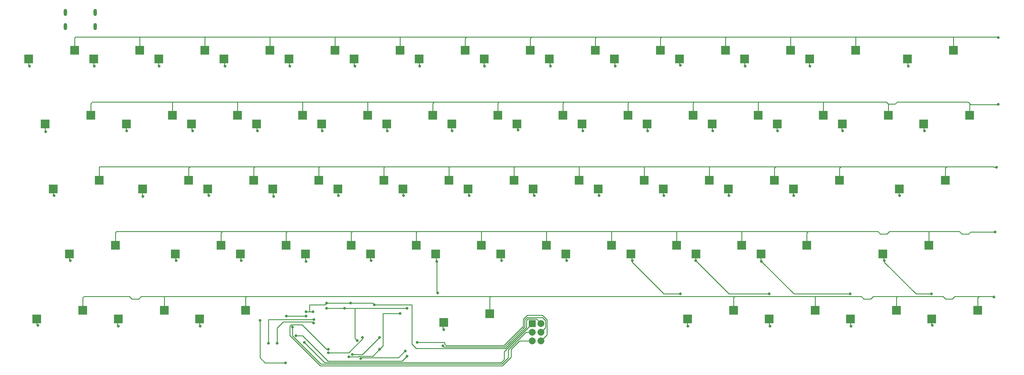
<source format=gbr>
%TF.GenerationSoftware,KiCad,Pcbnew,(6.0.8)*%
%TF.CreationDate,2022-12-31T11:57:47+00:00*%
%TF.ProjectId,USBKB,5553424b-422e-46b6-9963-61645f706362,rev?*%
%TF.SameCoordinates,Original*%
%TF.FileFunction,Copper,L2,Bot*%
%TF.FilePolarity,Positive*%
%FSLAX46Y46*%
G04 Gerber Fmt 4.6, Leading zero omitted, Abs format (unit mm)*
G04 Created by KiCad (PCBNEW (6.0.8)) date 2022-12-31 11:57:47*
%MOMM*%
%LPD*%
G01*
G04 APERTURE LIST*
%TA.AperFunction,SMDPad,CuDef*%
%ADD10R,2.550000X2.500000*%
%TD*%
%TA.AperFunction,ComponentPad*%
%ADD11O,1.000000X2.100000*%
%TD*%
%TA.AperFunction,ComponentPad*%
%ADD12R,2.000000X2.000000*%
%TD*%
%TA.AperFunction,ComponentPad*%
%ADD13C,2.000000*%
%TD*%
%TA.AperFunction,ViaPad*%
%ADD14C,0.800000*%
%TD*%
%TA.AperFunction,Conductor*%
%ADD15C,0.250000*%
%TD*%
G04 APERTURE END LIST*
D10*
%TO.P,KSEVEN1,1*%
%TO.N,/ROW0*%
X172616180Y-33870000D03*
%TO.P,KSEVEN1,2*%
%TO.N,/COL7*%
X159166180Y-36410000D03*
%TD*%
%TO.P,KBSPACE1,1*%
%TO.N,/ROW0*%
X296441005Y-33870000D03*
%TO.P,KBSPACE1,2*%
%TO.N,/COL13*%
X282991005Y-36410000D03*
%TD*%
%TO.P,KE1,1*%
%TO.N,/ROW1*%
X105940003Y-52920000D03*
%TO.P,KE1,2*%
%TO.N,/COL3*%
X92490003Y-55460000D03*
%TD*%
%TO.P,KBSLASH1,1*%
%TO.N,/ROW1*%
X301202005Y-52920000D03*
%TO.P,KBSLASH1,2*%
%TO.N,/COL13*%
X287752005Y-55460000D03*
%TD*%
%TO.P,KA1,1*%
%TO.N,/ROW2*%
X72603005Y-71970000D03*
%TO.P,KA1,2*%
%TO.N,/COL1*%
X59153005Y-74510000D03*
%TD*%
%TO.P,KSPACE1,1*%
%TO.N,/ROW4*%
X160709005Y-111070000D03*
%TO.P,KSPACE1,2*%
%TO.N,/COL5*%
X147259005Y-113610000D03*
%TD*%
%TO.P,KC1,1*%
%TO.N,/ROW3*%
X120228005Y-91020000D03*
%TO.P,KC1,2*%
%TO.N,/COL3*%
X106778005Y-93560000D03*
%TD*%
%TO.P,KS1,1*%
%TO.N,/ROW2*%
X91653005Y-71970000D03*
%TO.P,KS1,2*%
%TO.N,/COL2*%
X78203005Y-74510000D03*
%TD*%
%TO.P,KF1,1*%
%TO.N,/ROW2*%
X129753005Y-71970000D03*
%TO.P,KF1,2*%
%TO.N,/COL4*%
X116303005Y-74510000D03*
%TD*%
%TO.P,KY1,1*%
%TO.N,/ROW1*%
X163090000Y-52920000D03*
%TO.P,KY1,2*%
%TO.N,/COL6*%
X149640000Y-55460000D03*
%TD*%
%TO.P,KCAPS1,1*%
%TO.N,/ROW2*%
X46409005Y-71970000D03*
%TO.P,KCAPS1,2*%
%TO.N,/COL0*%
X32959005Y-74510000D03*
%TD*%
%TO.P,KL1,1*%
%TO.N,/ROW2*%
X225003005Y-71970000D03*
%TO.P,KL1,2*%
%TO.N,/COL9*%
X211553005Y-74510000D03*
%TD*%
%TO.P,KB1,1*%
%TO.N,/ROW3*%
X158328005Y-91020000D03*
%TO.P,KB1,2*%
%TO.N,/COL5*%
X144878005Y-93560000D03*
%TD*%
%TO.P,KEIGHT1,1*%
%TO.N,/ROW0*%
X191666205Y-33870000D03*
%TO.P,KEIGHT1,2*%
%TO.N,/COL8*%
X178216205Y-36410000D03*
%TD*%
%TO.P,KRALT1,1*%
%TO.N,/ROW4*%
X232146005Y-110070000D03*
%TO.P,KRALT1,2*%
%TO.N,/COL8*%
X218696005Y-112610000D03*
%TD*%
%TO.P,KU1,1*%
%TO.N,/ROW1*%
X182139999Y-52920000D03*
%TO.P,KU1,2*%
%TO.N,/COL7*%
X168689999Y-55460000D03*
%TD*%
D11*
%TO.P,U1,*%
%TO.N,*%
X45220002Y-22765000D03*
X36580002Y-26945000D03*
X36580002Y-22765000D03*
X45220002Y-26945000D03*
%TD*%
D10*
%TO.P,KJ1,1*%
%TO.N,/ROW2*%
X186903005Y-71970000D03*
%TO.P,KJ1,2*%
%TO.N,/COL7*%
X173453005Y-74510000D03*
%TD*%
%TO.P,KSC1,1*%
%TO.N,/ROW2*%
X244053005Y-71970000D03*
%TO.P,KSC1,2*%
%TO.N,/COL10*%
X230603005Y-74510000D03*
%TD*%
%TO.P,KRB1,1*%
%TO.N,/ROW1*%
X277389994Y-52920000D03*
%TO.P,KRB1,2*%
%TO.N,/COL12*%
X263939994Y-55460000D03*
%TD*%
%TO.P,KZERO1,1*%
%TO.N,/ROW0*%
X229766255Y-33870000D03*
%TO.P,KZERO1,2*%
%TO.N,/COL10*%
X216316255Y-36410000D03*
%TD*%
%TO.P,KDASH1,1*%
%TO.N,/ROW0*%
X248816280Y-33870000D03*
%TO.P,KDASH1,2*%
%TO.N,/COL11*%
X235366280Y-36410000D03*
%TD*%
%TO.P,KLALT1,1*%
%TO.N,/ROW4*%
X89272505Y-110070000D03*
%TO.P,KLALT1,2*%
%TO.N,/COL2*%
X75822505Y-112610000D03*
%TD*%
%TO.P,KRCTRL1,1*%
%TO.N,/ROW4*%
X279771337Y-110070000D03*
%TO.P,KRCTRL1,2*%
%TO.N,/COL10*%
X266321337Y-112610000D03*
%TD*%
%TO.P,KZ1,1*%
%TO.N,/ROW3*%
X82128005Y-91020000D03*
%TO.P,KZ1,2*%
%TO.N,/COL1*%
X68678005Y-93560000D03*
%TD*%
%TO.P,KW1,1*%
%TO.N,/ROW1*%
X86890004Y-52920000D03*
%TO.P,KW1,2*%
%TO.N,/COL2*%
X73440004Y-55460000D03*
%TD*%
%TO.P,KLCTRL1,1*%
%TO.N,/ROW4*%
X41647005Y-110070000D03*
%TO.P,KLCTRL1,2*%
%TO.N,/COL0*%
X28197005Y-112610000D03*
%TD*%
%TO.P,KLS1,1*%
%TO.N,/ROW3*%
X51172005Y-91020000D03*
%TO.P,KLS1,2*%
%TO.N,/COL0*%
X37722005Y-93560000D03*
%TD*%
%TO.P,KFIVE1,1*%
%TO.N,/ROW0*%
X134516130Y-33870000D03*
%TO.P,KFIVE1,2*%
%TO.N,/COL5*%
X121066130Y-36410000D03*
%TD*%
%TO.P,KRMETA1,1*%
%TO.N,/ROW4*%
X255958671Y-110070000D03*
%TO.P,KRMETA1,2*%
%TO.N,/COL9*%
X242508671Y-112610000D03*
%TD*%
%TO.P,KFOUR1,1*%
%TO.N,/ROW0*%
X115466105Y-33870000D03*
%TO.P,KFOUR1,2*%
%TO.N,/COL4*%
X102016105Y-36410000D03*
%TD*%
%TO.P,KQ1,1*%
%TO.N,/ROW1*%
X67840005Y-52920000D03*
%TO.P,KQ1,2*%
%TO.N,/COL1*%
X54390005Y-55460000D03*
%TD*%
%TO.P,KI1,1*%
%TO.N,/ROW1*%
X201189998Y-52920000D03*
%TO.P,KI1,2*%
%TO.N,/COL8*%
X187739998Y-55460000D03*
%TD*%
%TO.P,KK1,1*%
%TO.N,/ROW2*%
X205953005Y-71970000D03*
%TO.P,KK1,2*%
%TO.N,/COL8*%
X192503005Y-74510000D03*
%TD*%
%TO.P,KLMETA1,1*%
%TO.N,/ROW4*%
X65459755Y-110070000D03*
%TO.P,KLMETA1,2*%
%TO.N,/COL1*%
X52009755Y-112610000D03*
%TD*%
%TO.P,KTWO1,1*%
%TO.N,/ROW0*%
X77366055Y-33870000D03*
%TO.P,KTWO1,2*%
%TO.N,/COL2*%
X63916055Y-36410000D03*
%TD*%
%TO.P,KEQUALS1,1*%
%TO.N,/ROW0*%
X267866305Y-33870000D03*
%TO.P,KEQUALS1,2*%
%TO.N,/COL12*%
X254416305Y-36410000D03*
%TD*%
%TO.P,KONE1,1*%
%TO.N,/ROW0*%
X58316030Y-33870000D03*
%TO.P,KONE1,2*%
%TO.N,/COL1*%
X44866030Y-36410000D03*
%TD*%
%TO.P,KNINE1,1*%
%TO.N,/ROW0*%
X210716230Y-33870000D03*
%TO.P,KNINE1,2*%
%TO.N,/COL9*%
X197266230Y-36410000D03*
%TD*%
%TO.P,KAP1,1*%
%TO.N,/ROW2*%
X263103005Y-71970000D03*
%TO.P,KAP1,2*%
%TO.N,/COL11*%
X249653005Y-74510000D03*
%TD*%
%TO.P,KFN1,1*%
%TO.N,/ROW4*%
X303584003Y-110070000D03*
%TO.P,KFN1,2*%
%TO.N,/COL11*%
X290134003Y-112610000D03*
%TD*%
%TO.P,KH1,1*%
%TO.N,/ROW2*%
X167853005Y-71970000D03*
%TO.P,KH1,2*%
%TO.N,/COL6*%
X154403005Y-74510000D03*
%TD*%
%TO.P,KFSLASH1,1*%
%TO.N,/ROW3*%
X253578005Y-91020000D03*
%TO.P,KFSLASH1,2*%
%TO.N,/COL10*%
X240128005Y-93560000D03*
%TD*%
%TO.P,KRS1,1*%
%TO.N,/ROW3*%
X289297005Y-91020000D03*
%TO.P,KRS1,2*%
%TO.N,/COL11*%
X275847005Y-93560000D03*
%TD*%
%TO.P,KO1,1*%
%TO.N,/ROW1*%
X220239997Y-52920000D03*
%TO.P,KO1,2*%
%TO.N,/COL9*%
X206789997Y-55460000D03*
%TD*%
%TO.P,KESC1,1*%
%TO.N,/ROW0*%
X39266005Y-33870000D03*
%TO.P,KESC1,2*%
%TO.N,/COL0*%
X25816005Y-36410000D03*
%TD*%
D12*
%TO.P,U2,1,MISO*%
%TO.N,/COL1*%
X173230000Y-113960000D03*
D13*
%TO.P,U2,2,Vcc*%
%TO.N,Net-(U1-PadA4/B9)*%
X175770000Y-113960000D03*
%TO.P,U2,3,SCK*%
%TO.N,/COL3*%
X173230000Y-116500000D03*
%TO.P,U2,4,MOSI*%
%TO.N,/COL2*%
X175770000Y-116500000D03*
%TO.P,U2,5,RST*%
%TO.N,Net-(U2-Pad5)*%
X173230000Y-119040000D03*
%TO.P,U2,6,GND*%
%TO.N,Net-(C1-Pad1)*%
X175770000Y-119040000D03*
%TD*%
D10*
%TO.P,KTAB1,1*%
%TO.N,/ROW1*%
X44028005Y-52920000D03*
%TO.P,KTAB1,2*%
%TO.N,/COL0*%
X30578005Y-55460000D03*
%TD*%
%TO.P,KN1,1*%
%TO.N,/ROW3*%
X177378005Y-91020000D03*
%TO.P,KN1,2*%
%TO.N,/COL6*%
X163928005Y-93560000D03*
%TD*%
%TO.P,KCOMMA1,1*%
%TO.N,/ROW3*%
X215478005Y-91020000D03*
%TO.P,KCOMMA1,2*%
%TO.N,/COL8*%
X202028005Y-93560000D03*
%TD*%
%TO.P,KR1,1*%
%TO.N,/ROW1*%
X124990002Y-52920000D03*
%TO.P,KR1,2*%
%TO.N,/COL4*%
X111540002Y-55460000D03*
%TD*%
%TO.P,KPERIOD1,1*%
%TO.N,/ROW3*%
X234528005Y-91020000D03*
%TO.P,KPERIOD1,2*%
%TO.N,/COL9*%
X221078005Y-93560000D03*
%TD*%
%TO.P,KG1,1*%
%TO.N,/ROW2*%
X148803005Y-71970000D03*
%TO.P,KG1,2*%
%TO.N,/COL5*%
X135353005Y-74510000D03*
%TD*%
%TO.P,KP1,1*%
%TO.N,/ROW1*%
X239289996Y-52920000D03*
%TO.P,KP1,2*%
%TO.N,/COL10*%
X225839996Y-55460000D03*
%TD*%
%TO.P,KM1,1*%
%TO.N,/ROW3*%
X196428005Y-91020000D03*
%TO.P,KM1,2*%
%TO.N,/COL7*%
X182978005Y-93560000D03*
%TD*%
%TO.P,KSIX1,1*%
%TO.N,/ROW0*%
X153566155Y-33870000D03*
%TO.P,KSIX1,2*%
%TO.N,/COL6*%
X140116155Y-36410000D03*
%TD*%
%TO.P,KRETURN1,1*%
%TO.N,/ROW2*%
X294059005Y-71970000D03*
%TO.P,KRETURN1,2*%
%TO.N,/COL12*%
X280609005Y-74510000D03*
%TD*%
%TO.P,KTHREE1,1*%
%TO.N,/ROW0*%
X96416080Y-33870000D03*
%TO.P,KTHREE1,2*%
%TO.N,/COL3*%
X82966080Y-36410000D03*
%TD*%
%TO.P,KX1,1*%
%TO.N,/ROW3*%
X101178005Y-91020000D03*
%TO.P,KX1,2*%
%TO.N,/COL2*%
X87728005Y-93560000D03*
%TD*%
%TO.P,KT1,1*%
%TO.N,/ROW1*%
X144040001Y-52920000D03*
%TO.P,KT1,2*%
%TO.N,/COL5*%
X130590001Y-55460000D03*
%TD*%
%TO.P,KLB1,1*%
%TO.N,/ROW1*%
X258339995Y-52920000D03*
%TO.P,KLB1,2*%
%TO.N,/COL11*%
X244889995Y-55460000D03*
%TD*%
%TO.P,KV1,1*%
%TO.N,/ROW3*%
X139278005Y-91020000D03*
%TO.P,KV1,2*%
%TO.N,/COL4*%
X125828005Y-93560000D03*
%TD*%
%TO.P,KD1,1*%
%TO.N,/ROW2*%
X110703005Y-71970000D03*
%TO.P,KD1,2*%
%TO.N,/COL3*%
X97253005Y-74510000D03*
%TD*%
D14*
%TO.N,Net-(C1-Pad1)*%
X93500000Y-113000000D03*
X113000000Y-109500000D03*
X118224500Y-109500000D03*
X139500000Y-119500000D03*
X136000000Y-122000000D03*
X101000000Y-125500000D03*
X136500000Y-109500000D03*
X121981551Y-118993850D03*
X123012299Y-124224500D03*
%TO.N,Net-(C1-Pad2)*%
X107000000Y-111750000D03*
X101250000Y-111750000D03*
%TO.N,Net-(C2-Pad2)*%
X128500000Y-118000000D03*
X120500000Y-123000000D03*
%TO.N,Net-(C3-Pad2)*%
X134500000Y-111000000D03*
X128500000Y-121500000D03*
X119500000Y-123724500D03*
%TO.N,/ROW2*%
X309120495Y-68175000D03*
%TO.N,/COL1*%
X54500000Y-57500000D03*
X106500000Y-119500000D03*
X69000000Y-95500000D03*
X59250000Y-76750000D03*
X52000000Y-114750000D03*
X44997978Y-38493818D03*
%TO.N,/COL11*%
X290250000Y-114500000D03*
X249750000Y-76500000D03*
X276250000Y-95500000D03*
X290000000Y-105275500D03*
X245000000Y-57500000D03*
X235500000Y-38500000D03*
%TO.N,/ROW3*%
X308620495Y-87175000D03*
%TO.N,/COL5*%
X145500000Y-105000000D03*
X145250000Y-95750000D03*
X135500000Y-76500000D03*
X130750000Y-57500000D03*
X147250000Y-115750000D03*
X121250000Y-38500000D03*
%TO.N,/ROW1*%
X309620495Y-49675000D03*
%TO.N,/COL13*%
X288000000Y-57500000D03*
X283250000Y-38500000D03*
%TO.N,/ROW0*%
X309620495Y-30175000D03*
%TO.N,/COL3*%
X83248960Y-38499999D03*
X107000000Y-95750000D03*
X103000000Y-115000000D03*
X97500000Y-76750000D03*
X92750000Y-57500000D03*
%TO.N,/COL0*%
X28500000Y-114500000D03*
X38000000Y-95500000D03*
X26000000Y-38500000D03*
X30750000Y-57750000D03*
X33250000Y-76500000D03*
%TO.N,/COL8*%
X178500000Y-38500000D03*
X218750000Y-114750000D03*
X202500000Y-95500000D03*
X216500000Y-105250000D03*
X188000000Y-57500000D03*
X192750000Y-76500000D03*
%TO.N,/COL12*%
X264000000Y-57500000D03*
X280750000Y-76500000D03*
X254500000Y-38500000D03*
%TO.N,/COL4*%
X126000000Y-95500000D03*
X116500000Y-76500000D03*
X111750000Y-57500000D03*
X102250000Y-38500000D03*
%TO.N,/ROW4*%
X308325500Y-106175000D03*
%TO.N,/COL10*%
X216500000Y-38250000D03*
X266250000Y-105275500D03*
X226000000Y-57500000D03*
X230750000Y-76500000D03*
X266500000Y-114750000D03*
X240250000Y-95750000D03*
%TO.N,/COL6*%
X154750000Y-76500000D03*
X149750000Y-57500000D03*
X164250000Y-95500000D03*
X140250000Y-38500000D03*
%TO.N,/COL7*%
X159250000Y-38500000D03*
X169000000Y-57250000D03*
X183250000Y-95500000D03*
X173750000Y-76500000D03*
%TO.N,/COL9*%
X221000000Y-95500000D03*
X242750000Y-114750000D03*
X207000000Y-57500000D03*
X242500000Y-105250000D03*
X197500000Y-38500000D03*
X211750000Y-76500000D03*
%TO.N,/COL2*%
X88000000Y-95500000D03*
X63999364Y-38493818D03*
X147000000Y-120500000D03*
X136500000Y-123500000D03*
X78500000Y-76500000D03*
X76000000Y-114750000D03*
X104000000Y-117500000D03*
X73750000Y-57500000D03*
%TO.N,Net-(R1-Pad1)*%
X109192004Y-113832594D03*
X98500000Y-119750000D03*
%TO.N,Net-(R2-Pad1)*%
X109250000Y-112750000D03*
X96000000Y-119750000D03*
%TO.N,Net-(U2-Pad5)*%
X113500000Y-121475402D03*
%TO.N,Net-(U1-PadA4/B9)*%
X113500000Y-122500000D03*
X109000000Y-110500000D03*
X123500000Y-118000000D03*
X107000000Y-110500000D03*
X120000000Y-108000000D03*
X127000000Y-108500000D03*
X113000000Y-108000000D03*
%TD*%
D15*
%TO.N,Net-(C1-Pad1)*%
X147500000Y-119875000D02*
X147500000Y-119500000D01*
X147500000Y-119500000D02*
X139500000Y-119500000D01*
X164905812Y-120375000D02*
X148000000Y-120375000D01*
X177545000Y-112908604D02*
X176136396Y-111500000D01*
X95000000Y-125500000D02*
X101000000Y-125500000D01*
X170550000Y-112717208D02*
X170550000Y-114730812D01*
X123012299Y-124224500D02*
X123236799Y-124000000D01*
X113000000Y-109500000D02*
X113025000Y-109525000D01*
X113025000Y-109525000D02*
X117975000Y-109525000D01*
X121250000Y-118262299D02*
X121250000Y-109500000D01*
X176136396Y-111500000D02*
X171767208Y-111500000D01*
X123236799Y-124000000D02*
X134000000Y-124000000D01*
X121981551Y-118993850D02*
X121250000Y-118262299D01*
X148000000Y-120375000D02*
X147500000Y-119875000D01*
X175770000Y-119040000D02*
X177545000Y-117265000D01*
X171767208Y-111500000D02*
X170550000Y-112717208D01*
X177545000Y-117265000D02*
X177545000Y-112908604D01*
X134000000Y-124000000D02*
X136000000Y-122000000D01*
X93500000Y-113000000D02*
X93500000Y-124000000D01*
X170550000Y-114730812D02*
X164905812Y-120375000D01*
X117975000Y-109525000D02*
X118000000Y-109500000D01*
X93500000Y-124000000D02*
X95000000Y-125500000D01*
X118000000Y-109500000D02*
X118224500Y-109500000D01*
X118224500Y-109500000D02*
X121250000Y-109500000D01*
X121250000Y-109500000D02*
X136500000Y-109500000D01*
%TO.N,Net-(C1-Pad2)*%
X107000000Y-111750000D02*
X101250000Y-111750000D01*
%TO.N,Net-(C2-Pad2)*%
X128500000Y-118000000D02*
X123500000Y-123000000D01*
X123500000Y-123000000D02*
X120500000Y-123000000D01*
%TO.N,Net-(C3-Pad2)*%
X119500000Y-123724500D02*
X122275500Y-123724500D01*
X122500000Y-123500000D02*
X126500000Y-123500000D01*
X129500000Y-111000000D02*
X129500000Y-120500000D01*
X129500000Y-120500000D02*
X128500000Y-121500000D01*
X122275500Y-123724500D02*
X122500000Y-123500000D01*
X126500000Y-123500000D02*
X128500000Y-121500000D01*
X134500000Y-111000000D02*
X129500000Y-111000000D01*
%TO.N,/ROW2*%
X294500000Y-68000000D02*
X308195495Y-68000000D01*
X92000000Y-68000000D02*
X91653005Y-68346995D01*
X110703005Y-68296995D02*
X110703005Y-71970000D01*
X294059005Y-68440995D02*
X294059005Y-71970000D01*
X46500000Y-68000000D02*
X73000000Y-68000000D01*
X244500000Y-68000000D02*
X263500000Y-68000000D01*
X168000000Y-68000000D02*
X167853005Y-68146995D01*
X111000000Y-68000000D02*
X130000000Y-68000000D01*
X294500000Y-68000000D02*
X294059005Y-68440995D01*
X187000000Y-68000000D02*
X206000000Y-68000000D01*
X263103005Y-68396995D02*
X263103005Y-71970000D01*
X149000000Y-68000000D02*
X168000000Y-68000000D01*
X167853005Y-68146995D02*
X167853005Y-71970000D01*
X308370495Y-68175000D02*
X309120495Y-68175000D01*
X168000000Y-68000000D02*
X187000000Y-68000000D01*
X244500000Y-68000000D02*
X244053005Y-68446995D01*
X111000000Y-68000000D02*
X110703005Y-68296995D01*
X73000000Y-68000000D02*
X92000000Y-68000000D01*
X205953005Y-68046995D02*
X205953005Y-71970000D01*
X91653005Y-68346995D02*
X91653005Y-71970000D01*
X46409005Y-71970000D02*
X46409005Y-68090995D01*
X263500000Y-68000000D02*
X294500000Y-68000000D01*
X206000000Y-68000000D02*
X225000000Y-68000000D01*
X130000000Y-68000000D02*
X129753005Y-68246995D01*
X129753005Y-68246995D02*
X129753005Y-71970000D01*
X130000000Y-68000000D02*
X149000000Y-68000000D01*
X244053005Y-68446995D02*
X244053005Y-71970000D01*
X225000000Y-68000000D02*
X225003005Y-68003005D01*
X225003005Y-68003005D02*
X225003005Y-71970000D01*
X225000000Y-68000000D02*
X244500000Y-68000000D01*
X72603005Y-68396995D02*
X72603005Y-71970000D01*
X73000000Y-68000000D02*
X72603005Y-68396995D01*
X148803005Y-68196995D02*
X148803005Y-71970000D01*
X263500000Y-68000000D02*
X263103005Y-68396995D01*
X149000000Y-68000000D02*
X148803005Y-68196995D01*
X92000000Y-68000000D02*
X111000000Y-68000000D01*
X206000000Y-68000000D02*
X205953005Y-68046995D01*
X186903005Y-68096995D02*
X186903005Y-71970000D01*
X187000000Y-68000000D02*
X186903005Y-68096995D01*
X46409005Y-68090995D02*
X46500000Y-68000000D01*
X308195495Y-68000000D02*
X308370495Y-68175000D01*
%TO.N,/COL1*%
X54316005Y-57316005D02*
X54500000Y-57500000D01*
X54316005Y-55410000D02*
X54316005Y-57316005D01*
X68816005Y-93410000D02*
X68816005Y-95316005D01*
X165000000Y-122190000D02*
X165000000Y-124500000D01*
X165000000Y-124500000D02*
X164100500Y-125399500D01*
X112399500Y-125399500D02*
X106500000Y-119500000D01*
X44813983Y-38309823D02*
X44997978Y-38493818D01*
X68816005Y-95316005D02*
X69000000Y-95500000D01*
X51816005Y-114566005D02*
X52000000Y-114750000D01*
X44813983Y-36403818D02*
X44813983Y-38309823D01*
X51816005Y-112660000D02*
X51816005Y-114566005D01*
X59066005Y-76566005D02*
X59250000Y-76750000D01*
X164100500Y-125399500D02*
X112399500Y-125399500D01*
X173230000Y-113960000D02*
X165000000Y-122190000D01*
X59066005Y-74660000D02*
X59066005Y-76566005D01*
%TO.N,/COL11*%
X285534736Y-105275500D02*
X290000000Y-105275500D01*
X235316005Y-36410000D02*
X235316005Y-38316005D01*
X276066005Y-93410000D02*
X276066005Y-95316005D01*
X235316005Y-38316005D02*
X235500000Y-38500000D01*
X249566005Y-74410000D02*
X249566005Y-76316005D01*
X276250000Y-95500000D02*
X276250000Y-95990764D01*
X290066005Y-112410000D02*
X290066005Y-114316005D01*
X276066005Y-95316005D02*
X276250000Y-95500000D01*
X244816005Y-55410000D02*
X244816005Y-57316005D01*
X290066005Y-114316005D02*
X290250000Y-114500000D01*
X244816005Y-57316005D02*
X245000000Y-57500000D01*
X276250000Y-95990764D02*
X285534736Y-105275500D01*
X249566005Y-76316005D02*
X249750000Y-76500000D01*
%TO.N,/ROW3*%
X274339951Y-87000000D02*
X275039252Y-87699301D01*
X196500000Y-87000000D02*
X215500000Y-87000000D01*
X196500000Y-87000000D02*
X196428005Y-87071995D01*
X139278005Y-87221995D02*
X139278005Y-91020000D01*
X234556010Y-87000000D02*
X254000000Y-87000000D01*
X177500000Y-87000000D02*
X177378005Y-87121995D01*
X253578005Y-87421995D02*
X253578005Y-91020000D01*
X300975699Y-87699301D02*
X301500000Y-87175000D01*
X289297005Y-87202995D02*
X289297005Y-91020000D01*
X51172005Y-91020000D02*
X51172005Y-87327995D01*
X234528005Y-87028005D02*
X234528005Y-91020000D01*
X215500000Y-87000000D02*
X234500000Y-87000000D01*
X277022758Y-87699301D02*
X277722059Y-87000000D01*
X254000000Y-87000000D02*
X274339951Y-87000000D01*
X120228005Y-87271995D02*
X120228005Y-91020000D01*
X158500000Y-87000000D02*
X177500000Y-87000000D01*
X101500000Y-87000000D02*
X120500000Y-87000000D01*
X120500000Y-87000000D02*
X120228005Y-87271995D01*
X254000000Y-87000000D02*
X253578005Y-87421995D01*
X51172005Y-87327995D02*
X51500000Y-87000000D01*
X177378005Y-87121995D02*
X177378005Y-91020000D01*
X196428005Y-87071995D02*
X196428005Y-91020000D01*
X120500000Y-87000000D02*
X139500000Y-87000000D01*
X215500000Y-87000000D02*
X215478005Y-87021995D01*
X82128005Y-87371995D02*
X82128005Y-91020000D01*
X298915252Y-87699301D02*
X300975699Y-87699301D01*
X289500000Y-87000000D02*
X298215951Y-87000000D01*
X177500000Y-87000000D02*
X196500000Y-87000000D01*
X301500000Y-87175000D02*
X308620495Y-87175000D01*
X101500000Y-87000000D02*
X101178005Y-87321995D01*
X277722059Y-87000000D02*
X289500000Y-87000000D01*
X275039252Y-87699301D02*
X277022758Y-87699301D01*
X101178005Y-87321995D02*
X101178005Y-91020000D01*
X139500000Y-87000000D02*
X139278005Y-87221995D01*
X234500000Y-87000000D02*
X234528005Y-87028005D01*
X82500000Y-87000000D02*
X101500000Y-87000000D01*
X51500000Y-87000000D02*
X82500000Y-87000000D01*
X158328005Y-87171995D02*
X158328005Y-91020000D01*
X289500000Y-87000000D02*
X289297005Y-87202995D01*
X139500000Y-87000000D02*
X158500000Y-87000000D01*
X234528005Y-87028005D02*
X234556010Y-87000000D01*
X158500000Y-87000000D02*
X158328005Y-87171995D01*
X82500000Y-87000000D02*
X82128005Y-87371995D01*
X298215951Y-87000000D02*
X298915252Y-87699301D01*
X215478005Y-87021995D02*
X215478005Y-91020000D01*
%TO.N,/COL5*%
X145066005Y-95566005D02*
X145250000Y-95750000D01*
X121066005Y-36410000D02*
X121066005Y-38316005D01*
X145066005Y-93660000D02*
X145066005Y-95566005D01*
X130566005Y-57316005D02*
X130750000Y-57500000D01*
X145250000Y-104500000D02*
X145500000Y-104750000D01*
X145250000Y-95750000D02*
X145250000Y-104500000D01*
X121066005Y-38316005D02*
X121250000Y-38500000D01*
X147066005Y-113660000D02*
X147066005Y-115566005D01*
X147066005Y-115566005D02*
X147250000Y-115750000D01*
X130566005Y-55410000D02*
X130566005Y-57316005D01*
X135316005Y-74410000D02*
X135316005Y-76316005D01*
X145500000Y-104750000D02*
X145500000Y-105000000D01*
X135316005Y-76316005D02*
X135500000Y-76500000D01*
%TO.N,/ROW1*%
X182500000Y-49000000D02*
X185000000Y-49000000D01*
X220239997Y-52920000D02*
X220239997Y-49260003D01*
X276910976Y-49089025D02*
X277421252Y-49599301D01*
X124990002Y-52920000D02*
X124990002Y-49009998D01*
X239289996Y-52920000D02*
X239289996Y-49210004D01*
X201500000Y-49000000D02*
X203500000Y-49000000D01*
X125000000Y-49000000D02*
X127000000Y-49000000D01*
X301297252Y-49599301D02*
X301400699Y-49599301D01*
X301575699Y-49774301D02*
X301400699Y-49599301D01*
X259500000Y-49000000D02*
X276500000Y-49000000D01*
X241000000Y-49000000D02*
X259500000Y-49000000D01*
X239500000Y-49000000D02*
X241000000Y-49000000D01*
X277421252Y-49599301D02*
X277599301Y-49599301D01*
X44028005Y-52920000D02*
X44028005Y-49471995D01*
X163090000Y-52920000D02*
X163090000Y-49410000D01*
X67840005Y-52920000D02*
X67840005Y-49159995D01*
X300848976Y-49151025D02*
X301098976Y-49401025D01*
X258339995Y-52920000D02*
X258339995Y-49160005D01*
X279000000Y-49599301D02*
X279400699Y-49599301D01*
X105940003Y-49059997D02*
X106000000Y-49000000D01*
X301098976Y-49401025D02*
X301297252Y-49599301D01*
X144040001Y-52920000D02*
X144040001Y-49459999D01*
X300697951Y-49000000D02*
X300848976Y-49151025D01*
X277389994Y-49808608D02*
X277599301Y-49599301D01*
X68000000Y-49000000D02*
X68500000Y-49000000D01*
X44500000Y-49000000D02*
X68000000Y-49000000D01*
X88500000Y-49000000D02*
X106000000Y-49000000D01*
X279400699Y-49599301D02*
X280000000Y-49000000D01*
X221500000Y-49000000D02*
X239500000Y-49000000D01*
X220239997Y-49260003D02*
X220500000Y-49000000D01*
X201189998Y-52920000D02*
X201189998Y-49310002D01*
X106000000Y-49000000D02*
X108000000Y-49000000D01*
X239289996Y-49210004D02*
X239500000Y-49000000D01*
X201189998Y-49310002D02*
X201500000Y-49000000D01*
X67840005Y-49159995D02*
X68000000Y-49000000D01*
X44028005Y-49471995D02*
X44500000Y-49000000D01*
X182139999Y-49360001D02*
X182500000Y-49000000D01*
X277599301Y-49599301D02*
X279000000Y-49599301D01*
X280000000Y-49000000D02*
X300697951Y-49000000D01*
X185000000Y-49000000D02*
X201500000Y-49000000D01*
X277389994Y-52920000D02*
X277389994Y-49808608D01*
X220500000Y-49000000D02*
X221500000Y-49000000D01*
X68500000Y-49000000D02*
X87000000Y-49000000D01*
X108000000Y-49000000D02*
X125000000Y-49000000D01*
X124990002Y-49009998D02*
X125000000Y-49000000D01*
X301202005Y-49797995D02*
X301400699Y-49599301D01*
X258339995Y-49160005D02*
X258500000Y-49000000D01*
X163500000Y-49000000D02*
X144500000Y-49000000D01*
X309521194Y-49774301D02*
X301575699Y-49774301D01*
X86890004Y-49109996D02*
X87000000Y-49000000D01*
X276500000Y-49000000D02*
X276821951Y-49000000D01*
X301202005Y-52920000D02*
X301202005Y-49797995D01*
X127000000Y-49000000D02*
X144500000Y-49000000D01*
X163090000Y-49410000D02*
X163500000Y-49000000D01*
X86890004Y-52920000D02*
X86890004Y-49109996D01*
X309620495Y-49675000D02*
X309521194Y-49774301D01*
X144040001Y-49459999D02*
X144500000Y-49000000D01*
X105940003Y-52920000D02*
X105940003Y-49059997D01*
X203500000Y-49000000D02*
X220500000Y-49000000D01*
X163500000Y-49000000D02*
X182500000Y-49000000D01*
X276821951Y-49000000D02*
X276910976Y-49089025D01*
X87000000Y-49000000D02*
X88500000Y-49000000D01*
X182139999Y-52920000D02*
X182139999Y-49360001D01*
%TO.N,/COL13*%
X283066005Y-36410000D02*
X283066005Y-38316005D01*
X287816005Y-57316005D02*
X288000000Y-57500000D01*
X283066005Y-38316005D02*
X283250000Y-38500000D01*
X287816005Y-55410000D02*
X287816005Y-57316005D01*
%TO.N,/ROW0*%
X267866305Y-33870000D02*
X267866305Y-30133695D01*
X58316030Y-30183970D02*
X58500000Y-30000000D01*
X296500000Y-30000000D02*
X309445495Y-30000000D01*
X309445495Y-30000000D02*
X309620495Y-30175000D01*
X134516130Y-30016130D02*
X134500000Y-30000000D01*
X248816280Y-33870000D02*
X248816280Y-30183720D01*
X296500000Y-30000000D02*
X268000000Y-30000000D01*
X134500000Y-30000000D02*
X115500000Y-30000000D01*
X248816280Y-30183720D02*
X249000000Y-30000000D01*
X154000000Y-30000000D02*
X134500000Y-30000000D01*
X191666205Y-30333795D02*
X192000000Y-30000000D01*
X249000000Y-30000000D02*
X230000000Y-30000000D01*
X96416080Y-30083920D02*
X96500000Y-30000000D01*
X115466105Y-30033895D02*
X115500000Y-30000000D01*
X39266005Y-30233995D02*
X39500000Y-30000000D01*
X153566155Y-33870000D02*
X153566155Y-30433845D01*
X229766255Y-33870000D02*
X229766255Y-30233745D01*
X210716230Y-33870000D02*
X210716230Y-30283770D01*
X296441005Y-30058995D02*
X296500000Y-30000000D01*
X39266005Y-33870000D02*
X39266005Y-30233995D01*
X172616180Y-30383820D02*
X173000000Y-30000000D01*
X77366055Y-30133945D02*
X77500000Y-30000000D01*
X115466105Y-33870000D02*
X115466105Y-30033895D01*
X191666205Y-33870000D02*
X191666205Y-30333795D01*
X58316030Y-33870000D02*
X58316030Y-30183970D01*
X134516130Y-33870000D02*
X134516130Y-30016130D01*
X77500000Y-30000000D02*
X58500000Y-30000000D01*
X115500000Y-30000000D02*
X96500000Y-30000000D01*
X267866305Y-30133695D02*
X268000000Y-30000000D01*
X229766255Y-30233745D02*
X230000000Y-30000000D01*
X77366055Y-33870000D02*
X77366055Y-30133945D01*
X296441005Y-33870000D02*
X296441005Y-30058995D01*
X173000000Y-30000000D02*
X154000000Y-30000000D01*
X230000000Y-30000000D02*
X211000000Y-30000000D01*
X58500000Y-30000000D02*
X39500000Y-30000000D01*
X309370495Y-30175000D02*
X309620495Y-30175000D01*
X96416080Y-33870000D02*
X96416080Y-30083920D01*
X268000000Y-30000000D02*
X249000000Y-30000000D01*
X96500000Y-30000000D02*
X77500000Y-30000000D01*
X211000000Y-30000000D02*
X192000000Y-30000000D01*
X172616180Y-33870000D02*
X172616180Y-30383820D01*
X210716230Y-30283770D02*
X211000000Y-30000000D01*
X153566155Y-30433845D02*
X154000000Y-30000000D01*
X192000000Y-30000000D02*
X173000000Y-30000000D01*
%TO.N,/COL3*%
X166163198Y-121663198D02*
X166163198Y-123973198D01*
X164286896Y-125849500D02*
X111324195Y-125849500D01*
X83064965Y-36409999D02*
X83064965Y-38316004D01*
X92566005Y-55410000D02*
X92566005Y-57316005D01*
X97316005Y-74660000D02*
X97316005Y-76566005D01*
X171326396Y-116500000D02*
X166163198Y-121663198D01*
X103000000Y-117525305D02*
X103000000Y-115000000D01*
X111324195Y-125849500D02*
X103000000Y-117525305D01*
X97316005Y-76566005D02*
X97500000Y-76750000D01*
X166163198Y-123973198D02*
X164286896Y-125849500D01*
X92566005Y-57316005D02*
X92750000Y-57500000D01*
X173230000Y-116500000D02*
X171326396Y-116500000D01*
X106816005Y-95566005D02*
X107000000Y-95750000D01*
X83064965Y-38316004D02*
X83248960Y-38499999D01*
X106816005Y-93660000D02*
X106816005Y-95566005D01*
%TO.N,/COL0*%
X25816005Y-36410000D02*
X25816005Y-38316005D01*
X37722005Y-95222005D02*
X38000000Y-95500000D01*
X28197005Y-114197005D02*
X28500000Y-114500000D01*
X25816005Y-38316005D02*
X26000000Y-38500000D01*
X37722005Y-93560000D02*
X37722005Y-95222005D01*
X30578005Y-57578005D02*
X30750000Y-57750000D01*
X32959005Y-76209005D02*
X33250000Y-76500000D01*
X28197005Y-112610000D02*
X28197005Y-114197005D01*
X32959005Y-74510000D02*
X32959005Y-76209005D01*
X30578005Y-55460000D02*
X30578005Y-57578005D01*
%TO.N,/COL8*%
X187816005Y-57316005D02*
X188000000Y-57500000D01*
X192566005Y-74410000D02*
X192566005Y-76316005D01*
X202316005Y-95316005D02*
X202500000Y-95500000D01*
X202500000Y-96059764D02*
X211690236Y-105250000D01*
X192566005Y-76316005D02*
X192750000Y-76500000D01*
X178316005Y-36410000D02*
X178316005Y-38316005D01*
X178316005Y-38316005D02*
X178500000Y-38500000D01*
X202316005Y-93410000D02*
X202316005Y-95316005D01*
X202500000Y-95500000D02*
X202500000Y-96059764D01*
X218566005Y-114566005D02*
X218750000Y-114750000D01*
X187816005Y-55410000D02*
X187816005Y-57316005D01*
X211690236Y-105250000D02*
X216500000Y-105250000D01*
X218566005Y-112660000D02*
X218566005Y-114566005D01*
%TO.N,/COL12*%
X280566005Y-76316005D02*
X280750000Y-76500000D01*
X280566005Y-74410000D02*
X280566005Y-76316005D01*
X263816005Y-57316005D02*
X264000000Y-57500000D01*
X254316005Y-38316005D02*
X254500000Y-38500000D01*
X254316005Y-36410000D02*
X254316005Y-38316005D01*
X263816005Y-55410000D02*
X263816005Y-57316005D01*
%TO.N,/COL4*%
X111566005Y-57316005D02*
X111750000Y-57500000D01*
X116316005Y-74410000D02*
X116316005Y-76316005D01*
X125816005Y-93410000D02*
X125816005Y-95316005D01*
X116316005Y-76316005D02*
X116500000Y-76500000D01*
X102066005Y-38316005D02*
X102250000Y-38500000D01*
X102066005Y-36410000D02*
X102066005Y-38316005D01*
X125816005Y-95316005D02*
X126000000Y-95500000D01*
X111566005Y-55410000D02*
X111566005Y-57316005D01*
%TO.N,/ROW4*%
X280000000Y-106000000D02*
X293403951Y-106000000D01*
X272260758Y-106749301D02*
X273010059Y-106000000D01*
X232500000Y-106000000D02*
X232146005Y-106353995D01*
X269500000Y-106000000D02*
X270249301Y-106749301D01*
X42000000Y-106000000D02*
X55278951Y-106000000D01*
X65500000Y-106000000D02*
X89500000Y-106000000D01*
X308150500Y-106000000D02*
X308325500Y-106175000D01*
X280000000Y-106000000D02*
X279771337Y-106228663D01*
X89500000Y-106000000D02*
X161000000Y-106000000D01*
X65459755Y-106040245D02*
X65459755Y-110070000D01*
X304000000Y-106000000D02*
X308150500Y-106000000D01*
X296136758Y-106749301D02*
X296886059Y-106000000D01*
X58761059Y-106000000D02*
X65500000Y-106000000D01*
X296886059Y-106000000D02*
X304000000Y-106000000D01*
X160709005Y-106290995D02*
X160709005Y-110070000D01*
X293403951Y-106000000D02*
X294153252Y-106749301D01*
X232146005Y-106353995D02*
X232146005Y-110070000D01*
X89500000Y-106000000D02*
X89272505Y-106227495D01*
X303584003Y-106415997D02*
X303584003Y-110070000D01*
X270249301Y-106749301D02*
X272260758Y-106749301D01*
X89272505Y-106227495D02*
X89272505Y-110070000D01*
X273010059Y-106000000D02*
X280000000Y-106000000D01*
X58011758Y-106749301D02*
X58761059Y-106000000D01*
X55278951Y-106000000D02*
X56028252Y-106749301D01*
X255958671Y-106041329D02*
X255958671Y-110070000D01*
X161000000Y-106000000D02*
X160709005Y-106290995D01*
X65500000Y-106000000D02*
X65459755Y-106040245D01*
X161000000Y-106000000D02*
X232500000Y-106000000D01*
X279771337Y-106228663D02*
X279771337Y-110070000D01*
X56028252Y-106749301D02*
X58011758Y-106749301D01*
X256000000Y-106000000D02*
X255958671Y-106041329D01*
X294153252Y-106749301D02*
X296136758Y-106749301D01*
X256000000Y-106000000D02*
X269500000Y-106000000D01*
X304000000Y-106000000D02*
X303584003Y-106415997D01*
X41647005Y-106352995D02*
X42000000Y-106000000D01*
X232500000Y-106000000D02*
X256000000Y-106000000D01*
X41647005Y-110070000D02*
X41647005Y-106352995D01*
%TO.N,/COL10*%
X266316005Y-112660000D02*
X266316005Y-114566005D01*
X266316005Y-114566005D02*
X266500000Y-114750000D01*
X216316005Y-36160000D02*
X216316005Y-38066005D01*
X240066005Y-95566005D02*
X240250000Y-95750000D01*
X216316005Y-38066005D02*
X216500000Y-38250000D01*
X225816005Y-57316005D02*
X226000000Y-57500000D01*
X240066005Y-93660000D02*
X240066005Y-95566005D01*
X230566005Y-76316005D02*
X230750000Y-76500000D01*
X249775500Y-105275500D02*
X266250000Y-105275500D01*
X230566005Y-74410000D02*
X230566005Y-76316005D01*
X225816005Y-55410000D02*
X225816005Y-57316005D01*
X240250000Y-95750000D02*
X249775500Y-105275500D01*
%TO.N,/COL6*%
X164066005Y-93410000D02*
X164066005Y-95316005D01*
X164066005Y-95316005D02*
X164250000Y-95500000D01*
X149566005Y-55410000D02*
X149566005Y-57316005D01*
X149566005Y-57316005D02*
X149750000Y-57500000D01*
X140066005Y-36410000D02*
X140066005Y-38316005D01*
X140066005Y-38316005D02*
X140250000Y-38500000D01*
X154566005Y-76316005D02*
X154750000Y-76500000D01*
X154566005Y-74410000D02*
X154566005Y-76316005D01*
%TO.N,/COL7*%
X173566005Y-74410000D02*
X173566005Y-76316005D01*
X168816005Y-57066005D02*
X169000000Y-57250000D01*
X159066005Y-38316005D02*
X159250000Y-38500000D01*
X183066005Y-95316005D02*
X183250000Y-95500000D01*
X159066005Y-36410000D02*
X159066005Y-38316005D01*
X173566005Y-76316005D02*
X173750000Y-76500000D01*
X168816005Y-55160000D02*
X168816005Y-57066005D01*
X183066005Y-93410000D02*
X183066005Y-95316005D01*
%TO.N,/COL9*%
X221000000Y-95500000D02*
X221000000Y-95509764D01*
X230740236Y-105250000D02*
X242500000Y-105250000D01*
X211566005Y-74410000D02*
X211566005Y-76316005D01*
X221000000Y-95500000D02*
X221066005Y-95433995D01*
X206816005Y-57316005D02*
X207000000Y-57500000D01*
X197316005Y-38316005D02*
X197500000Y-38500000D01*
X221000000Y-95509764D02*
X230740236Y-105250000D01*
X242566005Y-112660000D02*
X242566005Y-114566005D01*
X206816005Y-55410000D02*
X206816005Y-57316005D01*
X242566005Y-114566005D02*
X242750000Y-114750000D01*
X221066005Y-95433995D02*
X221066005Y-93410000D01*
X197316005Y-36410000D02*
X197316005Y-38316005D01*
X211566005Y-76316005D02*
X211750000Y-76500000D01*
%TO.N,/COL2*%
X172000000Y-112185000D02*
X171718604Y-112185000D01*
X175770000Y-116500000D02*
X177095000Y-115175000D01*
X171000000Y-114917208D02*
X166208604Y-119708604D01*
X171000000Y-112903604D02*
X171000000Y-114500000D01*
X78316005Y-74410000D02*
X78316005Y-76316005D01*
X162500000Y-120825000D02*
X147325000Y-120825000D01*
X136500000Y-123500000D02*
X135050500Y-124949500D01*
X135050500Y-124949500D02*
X113449500Y-124949500D01*
X73566005Y-55410000D02*
X73566005Y-57316005D01*
X87816005Y-93410000D02*
X87816005Y-95316005D01*
X87816005Y-95316005D02*
X88000000Y-95500000D01*
X177095000Y-115175000D02*
X177095000Y-113095000D01*
X106000000Y-117500000D02*
X104000000Y-117500000D01*
X73566005Y-57316005D02*
X73750000Y-57500000D01*
X113449500Y-124949500D02*
X106000000Y-117500000D01*
X75816005Y-114566005D02*
X76000000Y-114750000D01*
X63815369Y-36403818D02*
X63815369Y-38309823D01*
X63815369Y-38309823D02*
X63999364Y-38493818D01*
X171000000Y-114500000D02*
X171000000Y-114917208D01*
X166208604Y-119708604D02*
X165092208Y-120825000D01*
X171718604Y-112185000D02*
X171000000Y-112903604D01*
X177095000Y-113095000D02*
X176185000Y-112185000D01*
X75816005Y-112660000D02*
X75816005Y-114566005D01*
X165092208Y-120825000D02*
X162500000Y-120825000D01*
X176185000Y-112185000D02*
X172000000Y-112185000D01*
X147325000Y-120825000D02*
X147000000Y-120500000D01*
X78316005Y-76316005D02*
X78500000Y-76500000D01*
%TO.N,Net-(R1-Pad1)*%
X98500000Y-115250000D02*
X98500000Y-119750000D01*
X108859410Y-113500000D02*
X100250000Y-113500000D01*
X100250000Y-113500000D02*
X98500000Y-115250000D01*
X109192004Y-113832594D02*
X108859410Y-113500000D01*
%TO.N,Net-(R2-Pad1)*%
X96000000Y-112750000D02*
X96000000Y-119750000D01*
X109250000Y-112750000D02*
X96000000Y-112750000D01*
%TO.N,Net-(U2-Pad5)*%
X173230000Y-119040000D02*
X169422792Y-119040000D01*
X105775000Y-114275000D02*
X113000000Y-121500000D01*
X102699695Y-114275000D02*
X105775000Y-114275000D01*
X166981396Y-123791396D02*
X164473292Y-126299500D01*
X102275000Y-117436701D02*
X102275000Y-114699695D01*
X113475402Y-121500000D02*
X113500000Y-121475402D01*
X164473292Y-126299500D02*
X164100500Y-126299500D01*
X113000000Y-121500000D02*
X113475402Y-121500000D01*
X111137799Y-126299500D02*
X102275000Y-117436701D01*
X169422792Y-119040000D02*
X166981396Y-121481396D01*
X164100500Y-126299500D02*
X111137799Y-126299500D01*
X102275000Y-114699695D02*
X102699695Y-114275000D01*
X166981396Y-121481396D02*
X166981396Y-123791396D01*
%TO.N,Net-(U1-PadA4/B9)*%
X119500000Y-122500000D02*
X123500000Y-118500000D01*
X112500000Y-108500000D02*
X108000000Y-108500000D01*
X123500000Y-118500000D02*
X123500000Y-118000000D01*
X165276802Y-121276802D02*
X165275000Y-121275000D01*
X113500000Y-122500000D02*
X119500000Y-122500000D01*
X138000000Y-120000000D02*
X138000000Y-108500000D01*
X171905000Y-112635000D02*
X171500000Y-113040000D01*
X108000000Y-110500000D02*
X109000000Y-110500000D01*
X126500000Y-108000000D02*
X127000000Y-108500000D01*
X113000000Y-108000000D02*
X112500000Y-108500000D01*
X171500000Y-115053604D02*
X165276802Y-121276802D01*
X171500000Y-113040000D02*
X171500000Y-115053604D01*
X174445000Y-112635000D02*
X171905000Y-112635000D01*
X165275000Y-121275000D02*
X139275000Y-121275000D01*
X120000000Y-108000000D02*
X126500000Y-108000000D01*
X139275000Y-121275000D02*
X138000000Y-120000000D01*
X138000000Y-108500000D02*
X127000000Y-108500000D01*
X108000000Y-108500000D02*
X108000000Y-110500000D01*
X107000000Y-110500000D02*
X108000000Y-110500000D01*
X175770000Y-113960000D02*
X174445000Y-112635000D01*
X113000000Y-108000000D02*
X120000000Y-108000000D01*
%TD*%
M02*

</source>
